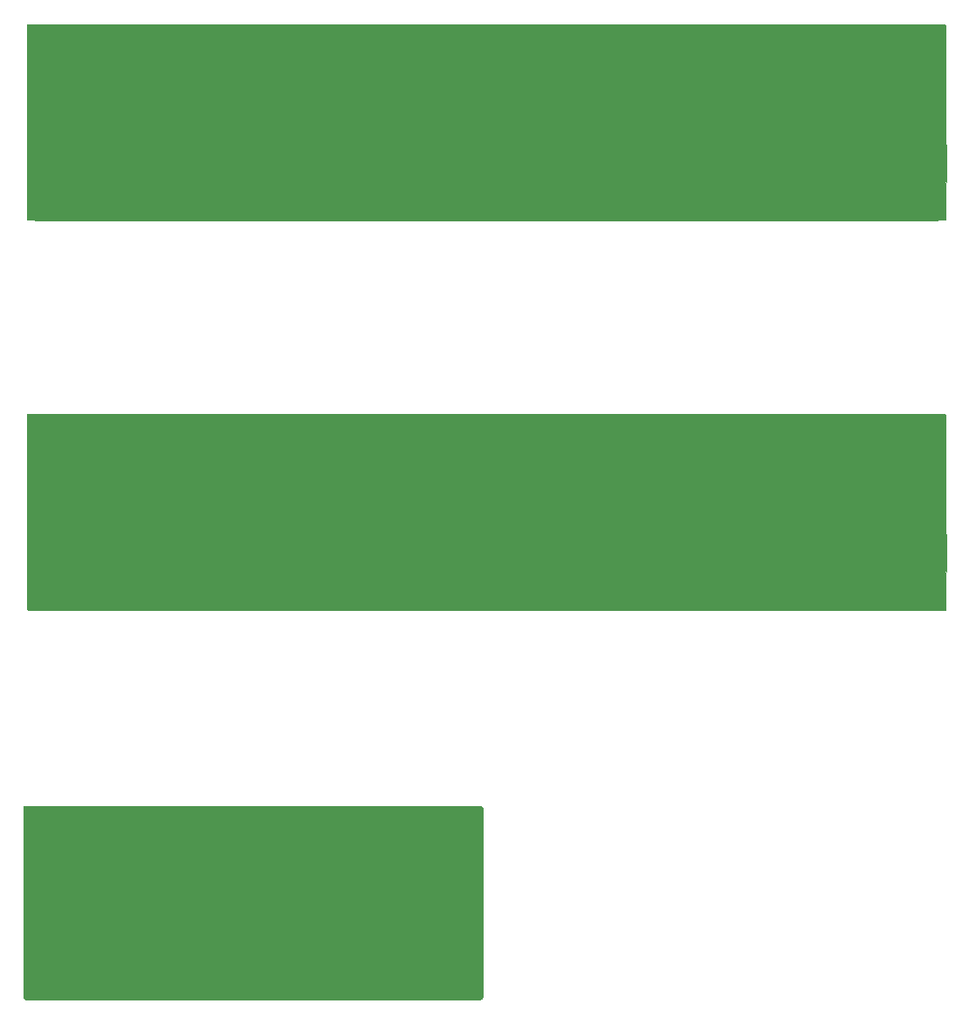
<source format=gbr>
G04 #@! TF.GenerationSoftware,KiCad,Pcbnew,(5.1.2)-1*
G04 #@! TF.CreationDate,2019-05-30T21:03:25-05:00*
G04 #@! TF.ProjectId,color-swatches,636f6c6f-722d-4737-9761-74636865732e,rev?*
G04 #@! TF.SameCoordinates,Original*
G04 #@! TF.FileFunction,Copper,L1,Top*
G04 #@! TF.FilePolarity,Positive*
%FSLAX46Y46*%
G04 Gerber Fmt 4.6, Leading zero omitted, Abs format (unit mm)*
G04 Created by KiCad (PCBNEW (5.1.2)-1) date 2019-05-30 21:03:25*
%MOMM*%
%LPD*%
G04 APERTURE LIST*
%ADD10C,0.010000*%
G04 APERTURE END LIST*
D10*
G36*
X-22494875Y-28961262D02*
G01*
X-21327794Y-28961541D01*
X-20202289Y-28961813D01*
X-19117606Y-28962077D01*
X-18072988Y-28962337D01*
X-17067679Y-28962593D01*
X-16100922Y-28962847D01*
X-15171961Y-28963100D01*
X-14280041Y-28963355D01*
X-13424405Y-28963613D01*
X-12604297Y-28963876D01*
X-11818961Y-28964144D01*
X-11067641Y-28964421D01*
X-10349580Y-28964707D01*
X-9664023Y-28965003D01*
X-9010213Y-28965313D01*
X-8387394Y-28965637D01*
X-7794810Y-28965976D01*
X-7231705Y-28966333D01*
X-6697322Y-28966710D01*
X-6190906Y-28967106D01*
X-5711701Y-28967526D01*
X-5258950Y-28967969D01*
X-4831896Y-28968438D01*
X-4429785Y-28968934D01*
X-4051860Y-28969458D01*
X-3697364Y-28970014D01*
X-3365542Y-28970601D01*
X-3055637Y-28971222D01*
X-2766893Y-28971878D01*
X-2498555Y-28972571D01*
X-2249865Y-28973303D01*
X-2020068Y-28974074D01*
X-1808408Y-28974888D01*
X-1614128Y-28975744D01*
X-1436473Y-28976646D01*
X-1274685Y-28977595D01*
X-1128010Y-28978591D01*
X-995691Y-28979637D01*
X-876971Y-28980735D01*
X-771096Y-28981886D01*
X-677307Y-28983092D01*
X-594850Y-28984353D01*
X-522968Y-28985673D01*
X-460905Y-28987052D01*
X-407905Y-28988493D01*
X-363211Y-28989996D01*
X-326069Y-28991564D01*
X-295720Y-28993197D01*
X-271410Y-28994898D01*
X-252382Y-28996668D01*
X-237880Y-28998510D01*
X-227148Y-29000423D01*
X-219430Y-29002411D01*
X-213969Y-29004474D01*
X-210009Y-29006615D01*
X-206795Y-29008835D01*
X-206682Y-29008917D01*
X-160231Y-29055407D01*
X-116031Y-29118909D01*
X-106141Y-29137308D01*
X-102683Y-29144530D01*
X-99418Y-29152638D01*
X-96339Y-29162818D01*
X-93441Y-29176258D01*
X-90719Y-29194147D01*
X-88167Y-29217672D01*
X-85780Y-29248020D01*
X-83552Y-29286380D01*
X-81478Y-29333939D01*
X-79552Y-29391885D01*
X-77768Y-29461406D01*
X-76122Y-29543689D01*
X-74608Y-29639922D01*
X-73220Y-29751294D01*
X-71952Y-29878991D01*
X-70800Y-30024202D01*
X-69758Y-30188114D01*
X-68820Y-30371916D01*
X-67981Y-30576794D01*
X-67234Y-30803937D01*
X-66576Y-31054532D01*
X-66000Y-31329767D01*
X-65501Y-31630830D01*
X-65073Y-31958909D01*
X-64711Y-32315191D01*
X-64409Y-32700864D01*
X-64162Y-33117117D01*
X-63965Y-33565136D01*
X-63811Y-34046109D01*
X-63695Y-34561224D01*
X-63613Y-35111670D01*
X-63557Y-35698633D01*
X-63524Y-36323302D01*
X-63507Y-36986864D01*
X-63501Y-37690507D01*
X-63500Y-38356198D01*
X-63500Y-47489030D01*
X-111125Y-47583474D01*
X-166352Y-47664302D01*
X-244174Y-47720880D01*
X-253193Y-47725542D01*
X-347636Y-47773167D01*
X-22393526Y-47771348D01*
X-23379473Y-47771249D01*
X-24353714Y-47771117D01*
X-25315402Y-47770952D01*
X-26263690Y-47770755D01*
X-27197733Y-47770527D01*
X-28116683Y-47770269D01*
X-29019694Y-47769981D01*
X-29905919Y-47769665D01*
X-30774513Y-47769320D01*
X-31624627Y-47768949D01*
X-32455416Y-47768550D01*
X-33266032Y-47768126D01*
X-34055630Y-47767677D01*
X-34823363Y-47767204D01*
X-35568384Y-47766708D01*
X-36289847Y-47766189D01*
X-36986904Y-47765648D01*
X-37658710Y-47765085D01*
X-38304418Y-47764503D01*
X-38923180Y-47763901D01*
X-39514152Y-47763280D01*
X-40076485Y-47762641D01*
X-40609334Y-47761985D01*
X-41111852Y-47761312D01*
X-41583192Y-47760624D01*
X-42022507Y-47759921D01*
X-42428952Y-47759203D01*
X-42801679Y-47758472D01*
X-43139842Y-47757729D01*
X-43442594Y-47756973D01*
X-43709089Y-47756207D01*
X-43938479Y-47755430D01*
X-44129920Y-47754643D01*
X-44282563Y-47753848D01*
X-44395562Y-47753044D01*
X-44468071Y-47752234D01*
X-44499244Y-47751417D01*
X-44500391Y-47751272D01*
X-44582390Y-47708431D01*
X-44656582Y-47637249D01*
X-44695428Y-47578426D01*
X-44697858Y-47569217D01*
X-44700156Y-47550451D01*
X-44702326Y-47521017D01*
X-44704370Y-47479805D01*
X-44706293Y-47425705D01*
X-44708097Y-47357606D01*
X-44709787Y-47274398D01*
X-44711366Y-47174971D01*
X-44712837Y-47058213D01*
X-44714205Y-46923016D01*
X-44715472Y-46768267D01*
X-44716642Y-46592858D01*
X-44717718Y-46395677D01*
X-44718705Y-46175614D01*
X-44719606Y-45931559D01*
X-44720424Y-45662401D01*
X-44721162Y-45367031D01*
X-44721825Y-45044337D01*
X-44722416Y-44693209D01*
X-44722938Y-44312537D01*
X-44723395Y-43901210D01*
X-44723790Y-43458119D01*
X-44724128Y-42982152D01*
X-44724411Y-42472199D01*
X-44724643Y-41927150D01*
X-44724827Y-41345895D01*
X-44724968Y-40727323D01*
X-44725069Y-40070324D01*
X-44725132Y-39373787D01*
X-44725163Y-38636602D01*
X-44725166Y-38238605D01*
X-44725166Y-28955940D01*
X-22494875Y-28961262D01*
X-22494875Y-28961262D01*
G37*
X-22494875Y-28961262D02*
X-21327794Y-28961541D01*
X-20202289Y-28961813D01*
X-19117606Y-28962077D01*
X-18072988Y-28962337D01*
X-17067679Y-28962593D01*
X-16100922Y-28962847D01*
X-15171961Y-28963100D01*
X-14280041Y-28963355D01*
X-13424405Y-28963613D01*
X-12604297Y-28963876D01*
X-11818961Y-28964144D01*
X-11067641Y-28964421D01*
X-10349580Y-28964707D01*
X-9664023Y-28965003D01*
X-9010213Y-28965313D01*
X-8387394Y-28965637D01*
X-7794810Y-28965976D01*
X-7231705Y-28966333D01*
X-6697322Y-28966710D01*
X-6190906Y-28967106D01*
X-5711701Y-28967526D01*
X-5258950Y-28967969D01*
X-4831896Y-28968438D01*
X-4429785Y-28968934D01*
X-4051860Y-28969458D01*
X-3697364Y-28970014D01*
X-3365542Y-28970601D01*
X-3055637Y-28971222D01*
X-2766893Y-28971878D01*
X-2498555Y-28972571D01*
X-2249865Y-28973303D01*
X-2020068Y-28974074D01*
X-1808408Y-28974888D01*
X-1614128Y-28975744D01*
X-1436473Y-28976646D01*
X-1274685Y-28977595D01*
X-1128010Y-28978591D01*
X-995691Y-28979637D01*
X-876971Y-28980735D01*
X-771096Y-28981886D01*
X-677307Y-28983092D01*
X-594850Y-28984353D01*
X-522968Y-28985673D01*
X-460905Y-28987052D01*
X-407905Y-28988493D01*
X-363211Y-28989996D01*
X-326069Y-28991564D01*
X-295720Y-28993197D01*
X-271410Y-28994898D01*
X-252382Y-28996668D01*
X-237880Y-28998510D01*
X-227148Y-29000423D01*
X-219430Y-29002411D01*
X-213969Y-29004474D01*
X-210009Y-29006615D01*
X-206795Y-29008835D01*
X-206682Y-29008917D01*
X-160231Y-29055407D01*
X-116031Y-29118909D01*
X-106141Y-29137308D01*
X-102683Y-29144530D01*
X-99418Y-29152638D01*
X-96339Y-29162818D01*
X-93441Y-29176258D01*
X-90719Y-29194147D01*
X-88167Y-29217672D01*
X-85780Y-29248020D01*
X-83552Y-29286380D01*
X-81478Y-29333939D01*
X-79552Y-29391885D01*
X-77768Y-29461406D01*
X-76122Y-29543689D01*
X-74608Y-29639922D01*
X-73220Y-29751294D01*
X-71952Y-29878991D01*
X-70800Y-30024202D01*
X-69758Y-30188114D01*
X-68820Y-30371916D01*
X-67981Y-30576794D01*
X-67234Y-30803937D01*
X-66576Y-31054532D01*
X-66000Y-31329767D01*
X-65501Y-31630830D01*
X-65073Y-31958909D01*
X-64711Y-32315191D01*
X-64409Y-32700864D01*
X-64162Y-33117117D01*
X-63965Y-33565136D01*
X-63811Y-34046109D01*
X-63695Y-34561224D01*
X-63613Y-35111670D01*
X-63557Y-35698633D01*
X-63524Y-36323302D01*
X-63507Y-36986864D01*
X-63501Y-37690507D01*
X-63500Y-38356198D01*
X-63500Y-47489030D01*
X-111125Y-47583474D01*
X-166352Y-47664302D01*
X-244174Y-47720880D01*
X-253193Y-47725542D01*
X-347636Y-47773167D01*
X-22393526Y-47771348D01*
X-23379473Y-47771249D01*
X-24353714Y-47771117D01*
X-25315402Y-47770952D01*
X-26263690Y-47770755D01*
X-27197733Y-47770527D01*
X-28116683Y-47770269D01*
X-29019694Y-47769981D01*
X-29905919Y-47769665D01*
X-30774513Y-47769320D01*
X-31624627Y-47768949D01*
X-32455416Y-47768550D01*
X-33266032Y-47768126D01*
X-34055630Y-47767677D01*
X-34823363Y-47767204D01*
X-35568384Y-47766708D01*
X-36289847Y-47766189D01*
X-36986904Y-47765648D01*
X-37658710Y-47765085D01*
X-38304418Y-47764503D01*
X-38923180Y-47763901D01*
X-39514152Y-47763280D01*
X-40076485Y-47762641D01*
X-40609334Y-47761985D01*
X-41111852Y-47761312D01*
X-41583192Y-47760624D01*
X-42022507Y-47759921D01*
X-42428952Y-47759203D01*
X-42801679Y-47758472D01*
X-43139842Y-47757729D01*
X-43442594Y-47756973D01*
X-43709089Y-47756207D01*
X-43938479Y-47755430D01*
X-44129920Y-47754643D01*
X-44282563Y-47753848D01*
X-44395562Y-47753044D01*
X-44468071Y-47752234D01*
X-44499244Y-47751417D01*
X-44500391Y-47751272D01*
X-44582390Y-47708431D01*
X-44656582Y-47637249D01*
X-44695428Y-47578426D01*
X-44697858Y-47569217D01*
X-44700156Y-47550451D01*
X-44702326Y-47521017D01*
X-44704370Y-47479805D01*
X-44706293Y-47425705D01*
X-44708097Y-47357606D01*
X-44709787Y-47274398D01*
X-44711366Y-47174971D01*
X-44712837Y-47058213D01*
X-44714205Y-46923016D01*
X-44715472Y-46768267D01*
X-44716642Y-46592858D01*
X-44717718Y-46395677D01*
X-44718705Y-46175614D01*
X-44719606Y-45931559D01*
X-44720424Y-45662401D01*
X-44721162Y-45367031D01*
X-44721825Y-45044337D01*
X-44722416Y-44693209D01*
X-44722938Y-44312537D01*
X-44723395Y-43901210D01*
X-44723790Y-43458119D01*
X-44724128Y-42982152D01*
X-44724411Y-42472199D01*
X-44724643Y-41927150D01*
X-44724827Y-41345895D01*
X-44724968Y-40727323D01*
X-44725069Y-40070324D01*
X-44725132Y-39373787D01*
X-44725163Y-38636602D01*
X-44725166Y-38238605D01*
X-44725166Y-28955940D01*
X-22494875Y-28961262D01*
G36*
X44885928Y9035945D02*
G01*
X44889158Y9031735D01*
X44892213Y9025666D01*
X44895097Y9016572D01*
X44897817Y9003286D01*
X44900378Y8984640D01*
X44902786Y8959469D01*
X44905047Y8926606D01*
X44907166Y8884885D01*
X44909149Y8833137D01*
X44911002Y8770198D01*
X44912730Y8694900D01*
X44914340Y8606077D01*
X44915836Y8502562D01*
X44917226Y8383188D01*
X44918513Y8246789D01*
X44919705Y8092198D01*
X44920806Y7918249D01*
X44921823Y7723775D01*
X44922761Y7507609D01*
X44923626Y7268585D01*
X44924424Y7005535D01*
X44925160Y6717295D01*
X44925840Y6402696D01*
X44926470Y6060572D01*
X44927055Y5689756D01*
X44927602Y5289082D01*
X44928116Y4857384D01*
X44928602Y4393494D01*
X44929067Y3896247D01*
X44929516Y3364474D01*
X44929954Y2797010D01*
X44930388Y2192689D01*
X44930824Y1550343D01*
X44931266Y868805D01*
X44931721Y146910D01*
X44932047Y-377930D01*
X44932409Y-1005874D01*
X44932714Y-1623260D01*
X44932962Y-2228734D01*
X44933154Y-2820940D01*
X44933292Y-3398520D01*
X44933375Y-3960119D01*
X44933404Y-4504381D01*
X44933381Y-5029949D01*
X44933306Y-5535468D01*
X44933181Y-6019581D01*
X44933005Y-6480931D01*
X44932780Y-6918164D01*
X44932507Y-7329922D01*
X44932187Y-7714850D01*
X44931819Y-8071591D01*
X44931406Y-8398789D01*
X44930948Y-8695088D01*
X44930446Y-8959132D01*
X44929900Y-9189565D01*
X44929312Y-9385030D01*
X44928682Y-9544171D01*
X44928012Y-9665633D01*
X44927302Y-9748058D01*
X44926552Y-9790091D01*
X44926217Y-9795414D01*
X44902172Y-9847526D01*
X44872795Y-9885372D01*
X44871043Y-9886930D01*
X44868587Y-9888449D01*
X44864893Y-9889929D01*
X44859429Y-9891371D01*
X44851661Y-9892775D01*
X44841056Y-9894142D01*
X44827081Y-9895472D01*
X44809203Y-9896766D01*
X44786888Y-9898025D01*
X44759603Y-9899248D01*
X44726816Y-9900436D01*
X44687992Y-9901591D01*
X44642599Y-9902711D01*
X44590104Y-9903798D01*
X44529973Y-9904853D01*
X44461673Y-9905875D01*
X44384671Y-9906866D01*
X44298434Y-9907826D01*
X44202429Y-9908754D01*
X44096121Y-9909653D01*
X43978979Y-9910522D01*
X43850469Y-9911361D01*
X43710058Y-9912172D01*
X43557212Y-9912955D01*
X43391399Y-9913710D01*
X43212084Y-9914437D01*
X43018736Y-9915138D01*
X42810821Y-9915813D01*
X42587805Y-9916462D01*
X42349156Y-9917086D01*
X42094340Y-9917685D01*
X41822823Y-9918260D01*
X41534074Y-9918811D01*
X41227559Y-9919339D01*
X40902743Y-9919844D01*
X40559095Y-9920327D01*
X40196082Y-9920789D01*
X39813168Y-9921229D01*
X39409823Y-9921648D01*
X38985512Y-9922047D01*
X38539703Y-9922427D01*
X38071861Y-9922787D01*
X37581454Y-9923128D01*
X37067950Y-9923452D01*
X36530813Y-9923757D01*
X35969512Y-9924045D01*
X35383513Y-9924317D01*
X34772283Y-9924572D01*
X34135289Y-9924812D01*
X33471997Y-9925036D01*
X32781874Y-9925246D01*
X32064388Y-9925442D01*
X31319005Y-9925623D01*
X30545191Y-9925792D01*
X29742414Y-9925947D01*
X28910140Y-9926091D01*
X28047837Y-9926223D01*
X27154970Y-9926343D01*
X26231008Y-9926453D01*
X25275416Y-9926553D01*
X24287661Y-9926643D01*
X23267210Y-9926723D01*
X22213531Y-9926795D01*
X21126089Y-9926859D01*
X20004352Y-9926915D01*
X18847787Y-9926964D01*
X17655859Y-9927006D01*
X16428037Y-9927042D01*
X15163786Y-9927072D01*
X13862575Y-9927096D01*
X12523868Y-9927117D01*
X11147134Y-9927132D01*
X9731839Y-9927145D01*
X8277450Y-9927153D01*
X6783434Y-9927160D01*
X5249257Y-9927163D01*
X3674386Y-9927166D01*
X2058288Y-9927167D01*
X-44282591Y-9927167D01*
X-44334545Y-9875212D01*
X-44386500Y-9823258D01*
X-44386500Y9080500D01*
X44845606Y9080500D01*
X44885928Y9035945D01*
X44885928Y9035945D01*
G37*
X44885928Y9035945D02*
X44889158Y9031735D01*
X44892213Y9025666D01*
X44895097Y9016572D01*
X44897817Y9003286D01*
X44900378Y8984640D01*
X44902786Y8959469D01*
X44905047Y8926606D01*
X44907166Y8884885D01*
X44909149Y8833137D01*
X44911002Y8770198D01*
X44912730Y8694900D01*
X44914340Y8606077D01*
X44915836Y8502562D01*
X44917226Y8383188D01*
X44918513Y8246789D01*
X44919705Y8092198D01*
X44920806Y7918249D01*
X44921823Y7723775D01*
X44922761Y7507609D01*
X44923626Y7268585D01*
X44924424Y7005535D01*
X44925160Y6717295D01*
X44925840Y6402696D01*
X44926470Y6060572D01*
X44927055Y5689756D01*
X44927602Y5289082D01*
X44928116Y4857384D01*
X44928602Y4393494D01*
X44929067Y3896247D01*
X44929516Y3364474D01*
X44929954Y2797010D01*
X44930388Y2192689D01*
X44930824Y1550343D01*
X44931266Y868805D01*
X44931721Y146910D01*
X44932047Y-377930D01*
X44932409Y-1005874D01*
X44932714Y-1623260D01*
X44932962Y-2228734D01*
X44933154Y-2820940D01*
X44933292Y-3398520D01*
X44933375Y-3960119D01*
X44933404Y-4504381D01*
X44933381Y-5029949D01*
X44933306Y-5535468D01*
X44933181Y-6019581D01*
X44933005Y-6480931D01*
X44932780Y-6918164D01*
X44932507Y-7329922D01*
X44932187Y-7714850D01*
X44931819Y-8071591D01*
X44931406Y-8398789D01*
X44930948Y-8695088D01*
X44930446Y-8959132D01*
X44929900Y-9189565D01*
X44929312Y-9385030D01*
X44928682Y-9544171D01*
X44928012Y-9665633D01*
X44927302Y-9748058D01*
X44926552Y-9790091D01*
X44926217Y-9795414D01*
X44902172Y-9847526D01*
X44872795Y-9885372D01*
X44871043Y-9886930D01*
X44868587Y-9888449D01*
X44864893Y-9889929D01*
X44859429Y-9891371D01*
X44851661Y-9892775D01*
X44841056Y-9894142D01*
X44827081Y-9895472D01*
X44809203Y-9896766D01*
X44786888Y-9898025D01*
X44759603Y-9899248D01*
X44726816Y-9900436D01*
X44687992Y-9901591D01*
X44642599Y-9902711D01*
X44590104Y-9903798D01*
X44529973Y-9904853D01*
X44461673Y-9905875D01*
X44384671Y-9906866D01*
X44298434Y-9907826D01*
X44202429Y-9908754D01*
X44096121Y-9909653D01*
X43978979Y-9910522D01*
X43850469Y-9911361D01*
X43710058Y-9912172D01*
X43557212Y-9912955D01*
X43391399Y-9913710D01*
X43212084Y-9914437D01*
X43018736Y-9915138D01*
X42810821Y-9915813D01*
X42587805Y-9916462D01*
X42349156Y-9917086D01*
X42094340Y-9917685D01*
X41822823Y-9918260D01*
X41534074Y-9918811D01*
X41227559Y-9919339D01*
X40902743Y-9919844D01*
X40559095Y-9920327D01*
X40196082Y-9920789D01*
X39813168Y-9921229D01*
X39409823Y-9921648D01*
X38985512Y-9922047D01*
X38539703Y-9922427D01*
X38071861Y-9922787D01*
X37581454Y-9923128D01*
X37067950Y-9923452D01*
X36530813Y-9923757D01*
X35969512Y-9924045D01*
X35383513Y-9924317D01*
X34772283Y-9924572D01*
X34135289Y-9924812D01*
X33471997Y-9925036D01*
X32781874Y-9925246D01*
X32064388Y-9925442D01*
X31319005Y-9925623D01*
X30545191Y-9925792D01*
X29742414Y-9925947D01*
X28910140Y-9926091D01*
X28047837Y-9926223D01*
X27154970Y-9926343D01*
X26231008Y-9926453D01*
X25275416Y-9926553D01*
X24287661Y-9926643D01*
X23267210Y-9926723D01*
X22213531Y-9926795D01*
X21126089Y-9926859D01*
X20004352Y-9926915D01*
X18847787Y-9926964D01*
X17655859Y-9927006D01*
X16428037Y-9927042D01*
X15163786Y-9927072D01*
X13862575Y-9927096D01*
X12523868Y-9927117D01*
X11147134Y-9927132D01*
X9731839Y-9927145D01*
X8277450Y-9927153D01*
X6783434Y-9927160D01*
X5249257Y-9927163D01*
X3674386Y-9927166D01*
X2058288Y-9927167D01*
X-44282591Y-9927167D01*
X-44334545Y-9875212D01*
X-44386500Y-9823258D01*
X-44386500Y9080500D01*
X44845606Y9080500D01*
X44885928Y9035945D01*
G36*
X44885928Y46903111D02*
G01*
X44889158Y46898902D01*
X44892213Y46892833D01*
X44895097Y46883739D01*
X44897817Y46870452D01*
X44900378Y46851807D01*
X44902786Y46826636D01*
X44905047Y46793773D01*
X44907166Y46752051D01*
X44909149Y46700304D01*
X44911002Y46637365D01*
X44912730Y46562067D01*
X44914340Y46473244D01*
X44915836Y46369728D01*
X44917226Y46250355D01*
X44918513Y46113956D01*
X44919705Y45959365D01*
X44920806Y45785416D01*
X44921823Y45590942D01*
X44922761Y45374776D01*
X44923626Y45135751D01*
X44924424Y44872702D01*
X44925160Y44584461D01*
X44925840Y44269862D01*
X44926470Y43927738D01*
X44927055Y43556923D01*
X44927602Y43156249D01*
X44928116Y42724551D01*
X44928602Y42260661D01*
X44929067Y41763413D01*
X44929516Y41231641D01*
X44929954Y40664177D01*
X44930388Y40059856D01*
X44930824Y39417509D01*
X44931266Y38735972D01*
X44931721Y38014077D01*
X44932047Y37489236D01*
X44932409Y36861293D01*
X44932714Y36243906D01*
X44932962Y35638432D01*
X44933154Y35046227D01*
X44933292Y34468647D01*
X44933375Y33907048D01*
X44933404Y33362786D01*
X44933381Y32837217D01*
X44933306Y32331699D01*
X44933181Y31847586D01*
X44933005Y31386235D01*
X44932780Y30949003D01*
X44932507Y30537244D01*
X44932187Y30152317D01*
X44931819Y29795576D01*
X44931406Y29468377D01*
X44930948Y29172078D01*
X44930446Y28908034D01*
X44929900Y28677602D01*
X44929312Y28482137D01*
X44928682Y28322995D01*
X44928012Y28201534D01*
X44927302Y28119108D01*
X44926552Y28077075D01*
X44926217Y28071753D01*
X44902172Y28019641D01*
X44872795Y27981795D01*
X44871043Y27980237D01*
X44868586Y27978718D01*
X44864893Y27977238D01*
X44859428Y27975796D01*
X44851660Y27974391D01*
X44841055Y27973024D01*
X44827079Y27971694D01*
X44809200Y27970400D01*
X44786885Y27969141D01*
X44759599Y27967918D01*
X44726811Y27966730D01*
X44687986Y27965575D01*
X44642591Y27964455D01*
X44590094Y27963368D01*
X44529961Y27962313D01*
X44461659Y27961291D01*
X44384654Y27960300D01*
X44298414Y27959340D01*
X44202405Y27958412D01*
X44096094Y27957513D01*
X43978948Y27956644D01*
X43850433Y27955805D01*
X43710017Y27954994D01*
X43557165Y27954211D01*
X43391346Y27953456D01*
X43212025Y27952729D01*
X43018670Y27952028D01*
X42810747Y27951353D01*
X42587723Y27950704D01*
X42349065Y27950080D01*
X42094240Y27949481D01*
X41822714Y27948906D01*
X41533954Y27948355D01*
X41227427Y27947827D01*
X40902600Y27947322D01*
X40558940Y27946839D01*
X40195913Y27946377D01*
X39812986Y27945937D01*
X39409626Y27945518D01*
X38985299Y27945119D01*
X38539473Y27944739D01*
X38071615Y27944379D01*
X37581190Y27944038D01*
X37067666Y27943715D01*
X36530510Y27943409D01*
X35969189Y27943121D01*
X35383168Y27942849D01*
X34771916Y27942594D01*
X34134898Y27942354D01*
X33471582Y27942130D01*
X32781434Y27941920D01*
X32063922Y27941725D01*
X31318511Y27941543D01*
X30544669Y27941375D01*
X29741863Y27941219D01*
X28909558Y27941075D01*
X28047223Y27940944D01*
X27154324Y27940823D01*
X26230327Y27940713D01*
X25274700Y27940614D01*
X24286909Y27940524D01*
X23266421Y27940443D01*
X22212703Y27940371D01*
X21125221Y27940307D01*
X20003443Y27940251D01*
X18846835Y27940203D01*
X17654864Y27940161D01*
X16426996Y27940125D01*
X15162699Y27940095D01*
X13861439Y27940070D01*
X12522684Y27940050D01*
X11145899Y27940034D01*
X9730552Y27940022D01*
X8276109Y27940013D01*
X6782038Y27940007D01*
X5247804Y27940003D01*
X3672876Y27940001D01*
X2056719Y27940000D01*
X-1383659Y27940000D01*
X-3003029Y27940002D01*
X-4581132Y27940005D01*
X-6118501Y27940010D01*
X-7615669Y27940018D01*
X-9073169Y27940029D01*
X-10491535Y27940043D01*
X-11871299Y27940062D01*
X-13212995Y27940085D01*
X-14517156Y27940112D01*
X-15784315Y27940146D01*
X-17015005Y27940185D01*
X-18209759Y27940231D01*
X-19369110Y27940284D01*
X-20493591Y27940344D01*
X-21583736Y27940412D01*
X-22640078Y27940488D01*
X-23663149Y27940574D01*
X-24653484Y27940668D01*
X-25611614Y27940773D01*
X-26538073Y27940887D01*
X-27433395Y27941013D01*
X-28298112Y27941150D01*
X-29132758Y27941299D01*
X-29937865Y27941459D01*
X-30713967Y27941633D01*
X-31461597Y27941820D01*
X-32181288Y27942020D01*
X-32873572Y27942235D01*
X-33538985Y27942464D01*
X-34178057Y27942709D01*
X-34791323Y27942969D01*
X-35379316Y27943245D01*
X-35942568Y27943538D01*
X-36481613Y27943848D01*
X-36996984Y27944175D01*
X-37489215Y27944521D01*
X-37958837Y27944885D01*
X-38406385Y27945268D01*
X-38832391Y27945671D01*
X-39237389Y27946093D01*
X-39621912Y27946536D01*
X-39986492Y27947000D01*
X-40331663Y27947486D01*
X-40657959Y27947993D01*
X-40965911Y27948523D01*
X-41256054Y27949076D01*
X-41528921Y27949652D01*
X-41785044Y27950252D01*
X-42024957Y27950876D01*
X-42249192Y27951525D01*
X-42458284Y27952199D01*
X-42652764Y27952899D01*
X-42833167Y27953626D01*
X-43000025Y27954379D01*
X-43153871Y27955159D01*
X-43295240Y27955968D01*
X-43424662Y27956804D01*
X-43542673Y27957669D01*
X-43649804Y27958563D01*
X-43746590Y27959487D01*
X-43833562Y27960441D01*
X-43911255Y27961426D01*
X-43980202Y27962441D01*
X-44040935Y27963489D01*
X-44093987Y27964568D01*
X-44139893Y27965680D01*
X-44179184Y27966825D01*
X-44212395Y27968004D01*
X-44240057Y27969216D01*
X-44262705Y27970463D01*
X-44280871Y27971745D01*
X-44295089Y27973063D01*
X-44305891Y27974416D01*
X-44313811Y27975806D01*
X-44319382Y27977233D01*
X-44323138Y27978697D01*
X-44325610Y27980199D01*
X-44325947Y27980463D01*
X-44375916Y28020926D01*
X-44386640Y46947666D01*
X44845606Y46947666D01*
X44885928Y46903111D01*
X44885928Y46903111D01*
G37*
X44885928Y46903111D02*
X44889158Y46898902D01*
X44892213Y46892833D01*
X44895097Y46883739D01*
X44897817Y46870452D01*
X44900378Y46851807D01*
X44902786Y46826636D01*
X44905047Y46793773D01*
X44907166Y46752051D01*
X44909149Y46700304D01*
X44911002Y46637365D01*
X44912730Y46562067D01*
X44914340Y46473244D01*
X44915836Y46369728D01*
X44917226Y46250355D01*
X44918513Y46113956D01*
X44919705Y45959365D01*
X44920806Y45785416D01*
X44921823Y45590942D01*
X44922761Y45374776D01*
X44923626Y45135751D01*
X44924424Y44872702D01*
X44925160Y44584461D01*
X44925840Y44269862D01*
X44926470Y43927738D01*
X44927055Y43556923D01*
X44927602Y43156249D01*
X44928116Y42724551D01*
X44928602Y42260661D01*
X44929067Y41763413D01*
X44929516Y41231641D01*
X44929954Y40664177D01*
X44930388Y40059856D01*
X44930824Y39417509D01*
X44931266Y38735972D01*
X44931721Y38014077D01*
X44932047Y37489236D01*
X44932409Y36861293D01*
X44932714Y36243906D01*
X44932962Y35638432D01*
X44933154Y35046227D01*
X44933292Y34468647D01*
X44933375Y33907048D01*
X44933404Y33362786D01*
X44933381Y32837217D01*
X44933306Y32331699D01*
X44933181Y31847586D01*
X44933005Y31386235D01*
X44932780Y30949003D01*
X44932507Y30537244D01*
X44932187Y30152317D01*
X44931819Y29795576D01*
X44931406Y29468377D01*
X44930948Y29172078D01*
X44930446Y28908034D01*
X44929900Y28677602D01*
X44929312Y28482137D01*
X44928682Y28322995D01*
X44928012Y28201534D01*
X44927302Y28119108D01*
X44926552Y28077075D01*
X44926217Y28071753D01*
X44902172Y28019641D01*
X44872795Y27981795D01*
X44871043Y27980237D01*
X44868586Y27978718D01*
X44864893Y27977238D01*
X44859428Y27975796D01*
X44851660Y27974391D01*
X44841055Y27973024D01*
X44827079Y27971694D01*
X44809200Y27970400D01*
X44786885Y27969141D01*
X44759599Y27967918D01*
X44726811Y27966730D01*
X44687986Y27965575D01*
X44642591Y27964455D01*
X44590094Y27963368D01*
X44529961Y27962313D01*
X44461659Y27961291D01*
X44384654Y27960300D01*
X44298414Y27959340D01*
X44202405Y27958412D01*
X44096094Y27957513D01*
X43978948Y27956644D01*
X43850433Y27955805D01*
X43710017Y27954994D01*
X43557165Y27954211D01*
X43391346Y27953456D01*
X43212025Y27952729D01*
X43018670Y27952028D01*
X42810747Y27951353D01*
X42587723Y27950704D01*
X42349065Y27950080D01*
X42094240Y27949481D01*
X41822714Y27948906D01*
X41533954Y27948355D01*
X41227427Y27947827D01*
X40902600Y27947322D01*
X40558940Y27946839D01*
X40195913Y27946377D01*
X39812986Y27945937D01*
X39409626Y27945518D01*
X38985299Y27945119D01*
X38539473Y27944739D01*
X38071615Y27944379D01*
X37581190Y27944038D01*
X37067666Y27943715D01*
X36530510Y27943409D01*
X35969189Y27943121D01*
X35383168Y27942849D01*
X34771916Y27942594D01*
X34134898Y27942354D01*
X33471582Y27942130D01*
X32781434Y27941920D01*
X32063922Y27941725D01*
X31318511Y27941543D01*
X30544669Y27941375D01*
X29741863Y27941219D01*
X28909558Y27941075D01*
X28047223Y27940944D01*
X27154324Y27940823D01*
X26230327Y27940713D01*
X25274700Y27940614D01*
X24286909Y27940524D01*
X23266421Y27940443D01*
X22212703Y27940371D01*
X21125221Y27940307D01*
X20003443Y27940251D01*
X18846835Y27940203D01*
X17654864Y27940161D01*
X16426996Y27940125D01*
X15162699Y27940095D01*
X13861439Y27940070D01*
X12522684Y27940050D01*
X11145899Y27940034D01*
X9730552Y27940022D01*
X8276109Y27940013D01*
X6782038Y27940007D01*
X5247804Y27940003D01*
X3672876Y27940001D01*
X2056719Y27940000D01*
X-1383659Y27940000D01*
X-3003029Y27940002D01*
X-4581132Y27940005D01*
X-6118501Y27940010D01*
X-7615669Y27940018D01*
X-9073169Y27940029D01*
X-10491535Y27940043D01*
X-11871299Y27940062D01*
X-13212995Y27940085D01*
X-14517156Y27940112D01*
X-15784315Y27940146D01*
X-17015005Y27940185D01*
X-18209759Y27940231D01*
X-19369110Y27940284D01*
X-20493591Y27940344D01*
X-21583736Y27940412D01*
X-22640078Y27940488D01*
X-23663149Y27940574D01*
X-24653484Y27940668D01*
X-25611614Y27940773D01*
X-26538073Y27940887D01*
X-27433395Y27941013D01*
X-28298112Y27941150D01*
X-29132758Y27941299D01*
X-29937865Y27941459D01*
X-30713967Y27941633D01*
X-31461597Y27941820D01*
X-32181288Y27942020D01*
X-32873572Y27942235D01*
X-33538985Y27942464D01*
X-34178057Y27942709D01*
X-34791323Y27942969D01*
X-35379316Y27943245D01*
X-35942568Y27943538D01*
X-36481613Y27943848D01*
X-36996984Y27944175D01*
X-37489215Y27944521D01*
X-37958837Y27944885D01*
X-38406385Y27945268D01*
X-38832391Y27945671D01*
X-39237389Y27946093D01*
X-39621912Y27946536D01*
X-39986492Y27947000D01*
X-40331663Y27947486D01*
X-40657959Y27947993D01*
X-40965911Y27948523D01*
X-41256054Y27949076D01*
X-41528921Y27949652D01*
X-41785044Y27950252D01*
X-42024957Y27950876D01*
X-42249192Y27951525D01*
X-42458284Y27952199D01*
X-42652764Y27952899D01*
X-42833167Y27953626D01*
X-43000025Y27954379D01*
X-43153871Y27955159D01*
X-43295240Y27955968D01*
X-43424662Y27956804D01*
X-43542673Y27957669D01*
X-43649804Y27958563D01*
X-43746590Y27959487D01*
X-43833562Y27960441D01*
X-43911255Y27961426D01*
X-43980202Y27962441D01*
X-44040935Y27963489D01*
X-44093987Y27964568D01*
X-44139893Y27965680D01*
X-44179184Y27966825D01*
X-44212395Y27968004D01*
X-44240057Y27969216D01*
X-44262705Y27970463D01*
X-44280871Y27971745D01*
X-44295089Y27973063D01*
X-44305891Y27974416D01*
X-44313811Y27975806D01*
X-44319382Y27977233D01*
X-44323138Y27978697D01*
X-44325610Y27980199D01*
X-44325947Y27980463D01*
X-44375916Y28020926D01*
X-44386640Y46947666D01*
X44845606Y46947666D01*
X44885928Y46903111D01*
M02*

</source>
